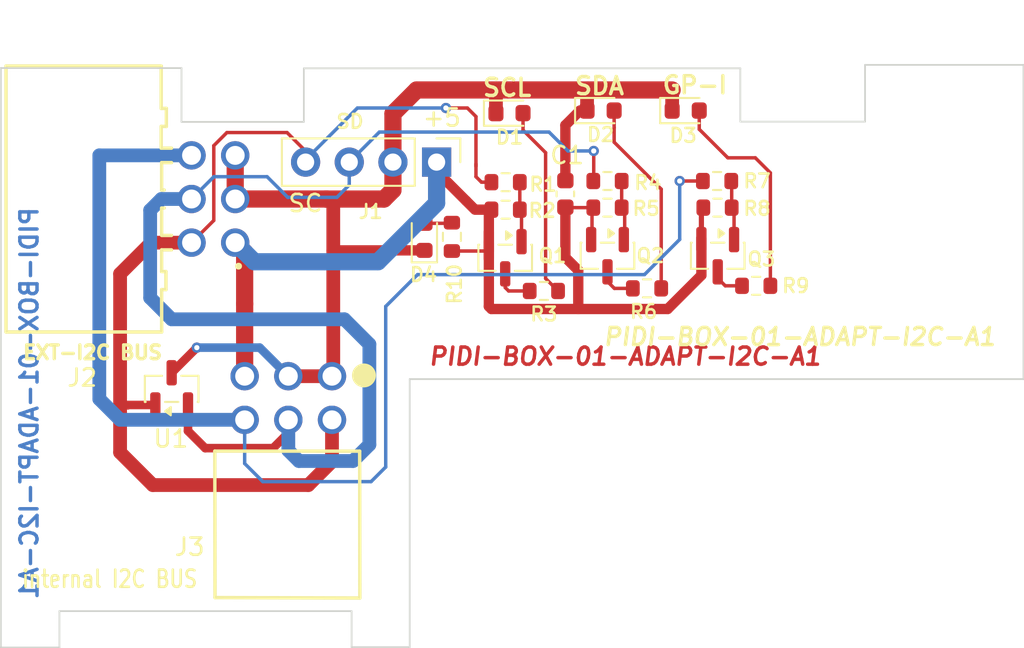
<source format=kicad_pcb>
(kicad_pcb (version 20241229) (generator "pcbnew") (generator_version "9.0")
  (title_block (title "PIDI-BOX passive I2C connect module") (comment 1 "for interfacing to base board only") (comment 2 "Do not place parts in boxed area if used"))
  (layers (0 "F.Cu" signal) (2 "B.Cu" signal) (13 "F.Paste" user) (15 "B.Paste" user) (5 "F.SilkS" user "F.Silkscreen") (7 "B.SilkS" user "B.Silkscreen") (1 "F.Mask" user) (3 "B.Mask" user) (25 "Edge.Cuts" user))
  (net 0 "")
  (net 1 "/SCL")
  (net 2 "/+5V")
  (net 3 "Net-(Q1-B)")
  (net 4 "Net-(Q1-C)")
  (net 5 "Net-(Q2-C)")
  (net 6 "Net-(Q2-B)")
  (net 7 "Net-(Q3-B)")
  (net 8 "Net-(Q3-C)")
  (net 9 "Net-(D1-A)")
  (net 10 "Net-(D2-A)")
  (net 11 "Net-(D3-A)")
  (net 12 "Net-(D4-A)")
  (net 13 "/GPIOint")
  (net 14 "/GND")
  (net 15 "/SDA")
  (footprint "Package_TO_SOT_SMD:SOT-23" (layer "F.Cu") (at 88.496415 75.387563 -90)
    (property "Reference" "Q3" (at 0.2 -2.5375 180) (layer "F.SilkS") (effects (font (size 0.8 0.8))))
    (property "Value" "BC808")
    (fp_line (start -0.76 1.56) (end -0.76 1.51) (stroke (width 0.12)) (layer "F.SilkS"))
    (fp_line (start 0.76 1.56) (end -0.76 1.56) (stroke (width 0.12)) (layer "F.SilkS"))
    (fp_line (start 0.76 0.56) (end 0.76 1.56) (stroke (width 0.12)) (layer "F.SilkS"))
    (fp_line (start -0.76 0.39) (end -0.76 -0.39) (stroke (width 0.12)) (layer "F.SilkS"))
    (fp_line (start -0.76 -1.51) (end -0.76 -1.56) (stroke (width 0.12)) (layer "F.SilkS"))
    (fp_line (start -0.76 -1.56) (end 0.76 -1.56) (stroke (width 0.12)) (layer "F.SilkS"))
    (fp_line (start 0.76 -1.56) (end 0.76 -0.56) (stroke (width 0.12)) (layer "F.SilkS"))
    (fp_poly (pts (xy -1.3 -0.38) (xy -1.06 -0.05) (xy -1.54 -0.05)) (stroke (width 0.12)) (fill yes) (layer "F.SilkS"))
    (pad "1" smd roundrect (at -0.9375 -0.95 270) (size 1.475 0.6) (layers "F.Cu" "F.Mask" "F.Paste") (net 7 "Net-(Q3-B)"))
    (pad "2" smd roundrect (at -0.9375 0.95 270) (size 1.475 0.6) (layers "F.Cu" "F.Mask" "F.Paste") (net 2 "/+5V"))
    (pad "3" smd roundrect (at 0.9375 0 270) (size 1.475 0.6) (layers "F.Cu" "F.Mask" "F.Paste") (net 8 "Net-(Q3-C)"))
  )
  (footprint "Resistor_SMD:R_0603_1608Metric" (layer "F.Cu") (at 82.083915 72.587563)
    (property "Reference" "R5" (at 2.25 0.05 0) (layer "F.SilkS") (effects (font (size 0.8 0.8))))
    (property "Value" "12K")
    (fp_line (start -0.237258 -0.5225) (end 0.237258 -0.5225) (stroke (width 0.12)) (layer "F.SilkS"))
    (fp_line (start -0.237258 0.5225) (end 0.237258 0.5225) (stroke (width 0.12)) (layer "F.SilkS"))
    (pad "1" smd roundrect (at -0.825 0) (size 0.8 0.95) (layers "F.Cu" "F.Mask" "F.Paste") (net 2 "/+5V"))
    (pad "2" smd roundrect (at 0.825 0) (size 0.8 0.95) (layers "F.Cu" "F.Mask" "F.Paste") (net 6 "Net-(Q2-B)"))
  )
  (footprint "MYlib_GLOBAL:con-2x03-2,54-fem-hor" (layer "F.Cu") (at 63.519565 91.205213)
    (property "Reference" "J3" (at -5.73565 1.13235 0) (layer "F.SilkS"))
    (property "Value" "Conn_02x03_Odd_Even")
    (fp_line (start -4.277 -4.4454) (end -4.2641 4.0817) (stroke (width 0.2)) (layer "F.SilkS"))
    (fp_line (start -4.2641 4.0817) (end 4.1609 4.1067) (stroke (width 0.2)) (layer "F.SilkS"))
    (fp_line (start 4.1488 -4.4412) (end -4.277 -4.4454) (stroke (width 0.2)) (layer "F.SilkS"))
    (fp_line (start 4.1609 4.1067) (end 4.1488 -4.4412) (stroke (width 0.2)) (layer "F.SilkS"))
    (fp_circle (center 4.4 -8.85) (end 4.9 -9.172678) (stroke (width 0.2)) (fill yes) (layer "F.SilkS"))
    (pad "1" thru_hole circle (at 2.54 -8.805) (size 1.65 1.65) (drill 1.1) (layers "*.Cu" "*.Mask") (net 14 "/GND"))
    (pad "2" thru_hole circle (at 2.54 -6.265) (size 1.65 1.65) (drill 1.1) (layers "*.Cu" "*.Mask") (net 1 "/SCL"))
    (pad "3" thru_hole circle (at 0 -8.805) (size 1.65 1.65) (drill 1.1) (layers "*.Cu" "*.Mask") (net 14 "/GND"))
    (pad "4" thru_hole circle (at 0 -6.265) (size 1.65 1.65) (drill 1.1) (layers "*.Cu" "*.Mask") (net 15 "/SDA"))
    (pad "5" thru_hole circle (at -2.54 -8.805) (size 1.65 1.65) (drill 1.1) (layers "*.Cu" "*.Mask") (net 2 "/+5V"))
    (pad "6" thru_hole circle (at -2.54 -6.265) (size 1.65 1.65) (drill 1.1) (layers "*.Cu" "*.Mask") (net 13 "/GPIOint"))
  )
  (footprint "Connector_PinHeader_2.54mm:PinHeader_1x04_P2.54mm_Vertical" (layer "F.Cu") (at 72.143915 69.937563 -90)
    (property "Reference" "J1" (at 2.879573 3.831771 0) (layer "F.SilkS") (effects (font (size 0.8 0.8))))
    (property "Value" "Conn_01x04_Pin")
    (fp_line (start -1.38 9) (end 1.38 9) (stroke (width 0.12)) (layer "F.SilkS"))
    (fp_line (start -1.38 1.27) (end -1.38 9) (stroke (width 0.12)) (layer "F.SilkS"))
    (fp_line (start -1.38 1.27) (end 1.38 1.27) (stroke (width 0.12)) (layer "F.SilkS"))
    (fp_line (start 1.38 1.27) (end 1.38 9) (stroke (width 0.12)) (layer "F.SilkS"))
    (fp_line (start -1.38 0) (end -1.38 -1.38) (stroke (width 0.12)) (layer "F.SilkS"))
    (fp_line (start -1.38 -1.38) (end 0 -1.38) (stroke (width 0.12)) (layer "F.SilkS"))
    (pad "1" thru_hole rect (at 0 0 270) (size 1.7 1.7) (drill 1) (layers "*.Cu" "*.Mask") (net 2 "/+5V"))
    (pad "2" thru_hole circle (at 0 2.54 270) (size 1.7 1.7) (drill 1) (layers "*.Cu" "*.Mask") (net 14 "/GND"))
    (pad "3" thru_hole circle (at 0 5.08 270) (size 1.7 1.7) (drill 1) (layers "*.Cu" "*.Mask") (net 15 "/SDA"))
    (pad "4" thru_hole circle (at 0 7.62 270) (size 1.7 1.7) (drill 1) (layers "*.Cu" "*.Mask") (net 1 "/SCL"))
  )
  (footprint "Package_TO_SOT_SMD:SOT-23" (layer "F.Cu") (at 56.733915 83.137563 90)
    (property "Reference" "U1" (at -2.9 -0.05 180) (layer "F.SilkS"))
    (property "Value" "SM712.TCT")
    (fp_line (start 0.76 -1.56) (end 0.76 -0.56) (stroke (width 0.12)) (layer "F.SilkS"))
    (fp_line (start -0.76 -1.56) (end 0.76 -1.56) (stroke (width 0.12)) (layer "F.SilkS"))
    (fp_line (start -0.76 -1.51) (end -0.76 -1.56) (stroke (width 0.12)) (layer "F.SilkS"))
    (fp_line (start -0.76 0.39) (end -0.76 -0.39) (stroke (width 0.12)) (layer "F.SilkS"))
    (fp_line (start 0.76 0.56) (end 0.76 1.56) (stroke (width 0.12)) (layer "F.SilkS"))
    (fp_line (start 0.76 1.56) (end -0.76 1.56) (stroke (width 0.12)) (layer "F.SilkS"))
    (fp_line (start -0.76 1.56) (end -0.76 1.51) (stroke (width 0.12)) (layer "F.SilkS"))
    (fp_poly (pts (xy -1.3 -0.38) (xy -1.06 -0.05) (xy -1.54 -0.05)) (stroke (width 0.12)) (fill yes) (layer "F.SilkS"))
    (pad "1" smd roundrect (at -0.9375 -0.95 90) (size 1.475 0.6) (layers "F.Cu" "F.Mask" "F.Paste") (net 1 "/SCL"))
    (pad "2" smd roundrect (at -0.9375 0.95 90) (size 1.475 0.6) (layers "F.Cu" "F.Mask" "F.Paste") (net 15 "/SDA"))
    (pad "3" smd roundrect (at 0.9375 0 90) (size 1.475 0.6) (layers "F.Cu" "F.Mask" "F.Paste") (net 14 "/GND"))
  )
  (footprint "Resistor_SMD:R_0603_1608Metric" (layer "F.Cu") (at 78.383915 77.437563)
    (property "Reference" "R3" (at 0 1.35 0) (layer "F.SilkS") (effects (font (size 0.8 0.8))))
    (property "Value" "2K2")
    (fp_line (start -0.237258 -0.5225) (end 0.237258 -0.5225) (stroke (width 0.12)) (layer "F.SilkS"))
    (fp_line (start -0.237258 0.5225) (end 0.237258 0.5225) (stroke (width 0.12)) (layer "F.SilkS"))
    (pad "1" smd roundrect (at -0.825 0) (size 0.8 0.95) (layers "F.Cu" "F.Mask" "F.Paste") (net 4 "Net-(Q1-C)"))
    (pad "2" smd roundrect (at 0.825 0) (size 0.8 0.95) (layers "F.Cu" "F.Mask" "F.Paste") (net 9 "Net-(D1-A)"))
  )
  (footprint "LED_SMD:LED_0603_1608Metric" (layer "F.Cu") (at 81.683915 66.937563)
    (property "Reference" "D2" (at 0 1.4 0) (layer "F.SilkS") (effects (font (size 0.8 0.8))))
    (property "Value" "LED")
    (fp_line (start -1.485 -0.735) (end -1.485 0.735) (stroke (width 0.12)) (layer "F.SilkS"))
    (fp_line (start -1.485 0.735) (end 0.8 0.735) (stroke (width 0.12)) (layer "F.SilkS"))
    (fp_line (start 0.8 -0.735) (end -1.485 -0.735) (stroke (width 0.12)) (layer "F.SilkS"))
    (pad "1" smd roundrect (at -0.7875 0) (size 0.875 0.95) (layers "F.Cu" "F.Mask" "F.Paste") (net 14 "/GND"))
    (pad "2" smd roundrect (at 0.7875 0) (size 0.875 0.95) (layers "F.Cu" "F.Mask" "F.Paste") (net 10 "Net-(D2-A)"))
  )
  (footprint "Package_TO_SOT_SMD:SOT-23" (layer "F.Cu") (at 82.083915 75.387563 -90)
    (property "Reference" "Q2" (at 0 -2.5 180) (layer "F.SilkS") (effects (font (size 0.8 0.8))))
    (property "Value" "BC808")
    (fp_line (start -0.76 1.56) (end -0.76 1.51) (stroke (width 0.12)) (layer "F.SilkS"))
    (fp_line (start 0.76 1.56) (end -0.76 1.56) (stroke (width 0.12)) (layer "F.SilkS"))
    (fp_line (start 0.76 0.56) (end 0.76 1.56) (stroke (width 0.12)) (layer "F.SilkS"))
    (fp_line (start -0.76 0.39) (end -0.76 -0.39) (stroke (width 0.12)) (layer "F.SilkS"))
    (fp_line (start -0.76 -1.51) (end -0.76 -1.56) (stroke (width 0.12)) (layer "F.SilkS"))
    (fp_line (start -0.76 -1.56) (end 0.76 -1.56) (stroke (width 0.12)) (layer "F.SilkS"))
    (fp_line (start 0.76 -1.56) (end 0.76 -0.56) (stroke (width 0.12)) (layer "F.SilkS"))
    (fp_poly (pts (xy -1.3 -0.38) (xy -1.06 -0.05) (xy -1.54 -0.05)) (stroke (width 0.12)) (fill yes) (layer "F.SilkS"))
    (pad "1" smd roundrect (at -0.9375 -0.95 270) (size 1.475 0.6) (layers "F.Cu" "F.Mask" "F.Paste") (net 6 "Net-(Q2-B)"))
    (pad "2" smd roundrect (at -0.9375 0.95 270) (size 1.475 0.6) (layers "F.Cu" "F.Mask" "F.Paste") (net 2 "/+5V"))
    (pad "3" smd roundrect (at 0.9375 0 270) (size 1.475 0.6) (layers "F.Cu" "F.Mask" "F.Paste") (net 5 "Net-(Q2-C)"))
  )
  (footprint "LED_SMD:LED_0603_1608Metric" (layer "F.Cu") (at 71.433915 74.287563 90)
    (property "Reference" "D4" (at -2.2 -0.05 180) (layer "F.SilkS") (effects (font (size 0.8 0.8))))
    (property "Value" "LED")
    (fp_line (start 0.8 -0.735) (end -1.485 -0.735) (stroke (width 0.12)) (layer "F.SilkS"))
    (fp_line (start -1.485 -0.735) (end -1.485 0.735) (stroke (width 0.12)) (layer "F.SilkS"))
    (fp_line (start -1.485 0.735) (end 0.8 0.735) (stroke (width 0.12)) (layer "F.SilkS"))
    (pad "1" smd roundrect (at -0.7875 0 90) (size 0.875 0.95) (layers "F.Cu" "F.Mask" "F.Paste") (net 14 "/GND"))
    (pad "2" smd roundrect (at 0.7875 0 90) (size 0.875 0.95) (layers "F.Cu" "F.Mask" "F.Paste") (net 12 "Net-(D4-A)"))
  )
  (footprint "Resistor_SMD:R_0603_1608Metric" (layer "F.Cu") (at 76.158915 71.106313)
    (property "Reference" "R1" (at 2.175 0.13125 0) (layer "F.SilkS") (effects (font (size 0.8 0.8))))
    (property "Value" "12K")
    (fp_line (start -0.237258 -0.5225) (end 0.237258 -0.5225) (stroke (width 0.12)) (layer "F.SilkS"))
    (fp_line (start -0.237258 0.5225) (end 0.237258 0.5225) (stroke (width 0.12)) (layer "F.SilkS"))
    (pad "1" smd roundrect (at -0.825 0) (size 0.8 0.95) (layers "F.Cu" "F.Mask" "F.Paste") (net 1 "/SCL"))
    (pad "2" smd roundrect (at 0.825 0) (size 0.8 0.95) (layers "F.Cu" "F.Mask" "F.Paste") (net 3 "Net-(Q1-B)"))
  )
  (footprint "Resistor_SMD:R_0603_1608Metric" (layer "F.Cu") (at 88.483915 72.587563)
    (property "Reference" "R8" (at 2.3 0.05 0) (layer "F.SilkS") (effects (font (size 0.8 0.8))))
    (property "Value" "12K")
    (fp_line (start -0.237258 -0.5225) (end 0.237258 -0.5225) (stroke (width 0.12)) (layer "F.SilkS"))
    (fp_line (start -0.237258 0.5225) (end 0.237258 0.5225) (stroke (width 0.12)) (layer "F.SilkS"))
    (pad "1" smd roundrect (at -0.825 0) (size 0.8 0.95) (layers "F.Cu" "F.Mask" "F.Paste") (net 2 "/+5V"))
    (pad "2" smd roundrect (at 0.825 0) (size 0.8 0.95) (layers "F.Cu" "F.Mask" "F.Paste") (net 7 "Net-(Q3-B)"))
  )
  (footprint "Resistor_SMD:R_0603_1608Metric" (layer "F.Cu") (at 73.033915 74.287563 90)
    (property "Reference" "R10" (at -2.75 0.15 90) (layer "F.SilkS") (effects (font (size 0.8 0.8))))
    (property "Value" "4K7")
    (fp_line (start -0.237258 -0.5225) (end 0.237258 -0.5225) (stroke (width 0.12)) (layer "F.SilkS"))
    (fp_line (start -0.237258 0.5225) (end 0.237258 0.5225) (stroke (width 0.12)) (layer "F.SilkS"))
    (pad "1" smd roundrect (at -0.825 0 90) (size 0.8 0.95) (layers "F.Cu" "F.Mask" "F.Paste") (net 2 "/+5V"))
    (pad "2" smd roundrect (at 0.825 0 90) (size 0.8 0.95) (layers "F.Cu" "F.Mask" "F.Paste") (net 12 "Net-(D4-A)"))
  )
  (footprint "LED_SMD:LED_0603_1608Metric" (layer "F.Cu") (at 76.383915 67.087563)
    (property "Reference" "D1" (at 0 1.4 0) (layer "F.SilkS") (effects (font (size 0.8 0.8))))
    (property "Value" "LED")
    (fp_line (start -1.485 -0.735) (end -1.485 0.735) (stroke (width 0.12)) (layer "F.SilkS"))
    (fp_line (start -1.485 0.735) (end 0.8 0.735) (stroke (width 0.12)) (layer "F.SilkS"))
    (fp_line (start 0.8 -0.735) (end -1.485 -0.735) (stroke (width 0.12)) (layer "F.SilkS"))
    (pad "1" smd roundrect (at -0.7875 0) (size 0.875 0.95) (layers "F.Cu" "F.Mask" "F.Paste") (net 14 "/GND"))
    (pad "2" smd roundrect (at 0.7875 0) (size 0.875 0.95) (layers "F.Cu" "F.Mask" "F.Paste") (net 9 "Net-(D1-A)"))
  )
  (footprint "Resistor_SMD:R_0603_1608Metric" (layer "F.Cu") (at 82.083915 71.037563)
    (property "Reference" "R4" (at 2.35 0.1 0) (layer "F.SilkS") (effects (font (size 0.8 0.8))))
    (property "Value" "12K")
    (fp_line (start -0.237258 -0.5225) (end 0.237258 -0.5225) (stroke (width 0.12)) (layer "F.SilkS"))
    (fp_line (start -0.237258 0.5225) (end 0.237258 0.5225) (stroke (width 0.12)) (layer "F.SilkS"))
    (pad "1" smd roundrect (at -0.825 0) (size 0.8 0.95) (layers "F.Cu" "F.Mask" "F.Paste") (net 15 "/SDA"))
    (pad "2" smd roundrect (at 0.825 0) (size 0.8 0.95) (layers "F.Cu" "F.Mask" "F.Paste") (net 6 "Net-(Q2-B)"))
  )
  (footprint "MYlib_GLOBAL:PinHeader-Boxed-1X03-2,54-horiz-Wuerth_61200621721" (layer "F.Cu") (at 51.625115 72.085163 -90)
    (property "Reference" "J2" (at 10.4024 0.0912 180) (layer "F.SilkS"))
    (property "Value" "6120XX21721_61200621721")
    (property "VALUE" "61200621721" (hide yes))
    (fp_line (start -7.74 4.525) (end 7.74 4.525) (stroke (width 0.2)) (layer "F.SilkS"))
    (fp_line (start 7.74 4.525) (end 7.74 -4.525) (stroke (width 0.2)) (layer "F.SilkS"))
    (fp_line (start -7.74 -4.5) (end -7.74 4.525) (stroke (width 0.2)) (layer "F.SilkS"))
    (fp_line (start -5.275 -4.5) (end -7.74 -4.5) (stroke (width 0.2)) (layer "F.SilkS"))
    (fp_line (start -5.275 -4.5) (end -5.275 -4.8) (stroke (width 0.2)) (layer "F.SilkS"))
    (fp_line (start -4.225 -4.5) (end -2.96 -4.5) (stroke (width 0.2)) (layer "F.SilkS"))
    (fp_line (start -2.96 -4.5) (end -2.96 -5.1) (stroke (width 0.2)) (layer "F.SilkS"))
    (fp_line (start -2.12 -4.525) (end -0.525 -4.525) (stroke (width 0.2)) (layer "F.SilkS"))
    (fp_line (start -0.525 -4.525) (end -0.525 -4.675) (stroke (width 0.2)) (layer "F.SilkS"))
    (fp_line (start 0.525 -4.525) (end 2.1 -4.525) (stroke (width 0.2)) (layer "F.SilkS"))
    (fp_line (start 2.12 -4.525) (end 2.12 -5.1) (stroke (width 0.2)) (layer "F.SilkS"))
    (fp_line (start 2.96 -4.525) (end 2.96 -5.1) (stroke (width 0.2)) (layer "F.SilkS"))
    (fp_line (start 4.225 -4.525) (end 2.96 -4.525) (stroke (width 0.2)) (layer "F.SilkS"))
    (fp_line (start 5.275 -4.525) (end 5.275 -4.775) (stroke (width 0.2)) (layer "F.SilkS"))
    (fp_line (start 7.74 -4.525) (end 5.275 -4.525) (stroke (width 0.2)) (layer "F.SilkS"))
    (fp_line (start 0.525 -4.675) (end 0.525 -4.525) (stroke (width 0.2)) (layer "F.SilkS"))
    (fp_line (start 4.225 -4.775) (end 4.225 -4.525) (stroke (width 0.2)) (layer "F.SilkS"))
    (fp_line (start 5.275 -4.775) (end 4.225 -4.775) (stroke (width 0.2)) (layer "F.SilkS"))
    (fp_line (start -5.275 -4.8) (end -4.225 -4.8) (stroke (width 0.2)) (layer "F.SilkS"))
    (fp_line (start -4.225 -4.8) (end -4.225 -4.5) (stroke (width 0.2)) (layer "F.SilkS"))
    (fp_line (start -2.12 -5.1) (end -2.12 -4.525) (stroke (width 0.2)) (layer "F.SilkS"))
    (fp_circle (center 3.91 -9) (end 4.01 -9) (stroke (width 0.2)) (fill no) (layer "F.SilkS"))
    (pad "1" thru_hole circle (at 2.54 -8.805 270) (size 1.65 1.65) (drill 1.1) (layers "*.Cu" "*.Mask") (net 2 "/+5V"))
    (pad "2" thru_hole circle (at 2.54 -6.265 270) (size 1.65 1.65) (drill 1.1) (layers "*.Cu" "*.Mask") (net 1 "/SCL"))
    (pad "3" thru_hole circle (at 0 -8.805 270) (size 1.65 1.65) (drill 1.1) (layers "*.Cu" "*.Mask") (net 14 "/GND"))
    (pad "4" thru_hole circle (at 0 -6.265 270) (size 1.65 1.65) (drill 1.1) (layers "*.Cu" "*.Mask") (net 15 "/SDA"))
    (pad "5" thru_hole circle (at -2.54 -8.805 270) (size 1.65 1.65) (drill 1.1) (layers "*.Cu" "*.Mask") (net 14 "/GND"))
    (pad "6" thru_hole circle (at -2.54 -6.265 270) (size 1.65 1.65) (drill 1.1) (layers "*.Cu" "*.Mask") (net 13 "/GPIOint"))
  )
  (footprint "Capacitor_SMD:C_0603_1608Metric" (layer "F.Cu") (at 79.633915 71.787563 90)
    (property "Reference" "C1" (at 2.25 0.1 180) (layer "F.SilkS"))
    (property "Value" "0,1uF")
    (fp_line (start -0.14058 -0.51) (end 0.14058 -0.51) (stroke (width 0.12)) (layer "F.SilkS"))
    (fp_line (start -0.14058 0.51) (end 0.14058 0.51) (stroke (width 0.12)) (layer "F.SilkS"))
    (pad "1" smd roundrect (at -0.775 0 90) (size 0.9 0.95) (layers "F.Cu" "F.Mask" "F.Paste") (net 2 "/+5V"))
    (pad "2" smd roundrect (at 0.775 0 90) (size 0.9 0.95) (layers "F.Cu" "F.Mask" "F.Paste") (net 14 "/GND"))
  )
  (footprint "Resistor_SMD:R_0603_1608Metric" (layer "F.Cu") (at 84.383915 77.287563)
    (property "Reference" "R6" (at -0.2 1.35 0) (layer "F.SilkS") (effects (font (size 0.8 0.8))))
    (property "Value" "2K2")
    (fp_line (start -0.237258 -0.5225) (end 0.237258 -0.5225) (stroke (width 0.12)) (layer "F.SilkS"))
    (fp_line (start -0.237258 0.5225) (end 0.237258 0.5225) (stroke (width 0.12)) (layer "F.SilkS"))
    (pad "1" smd roundrect (at -0.825 0) (size 0.8 0.95) (layers "F.Cu" "F.Mask" "F.Paste") (net 5 "Net-(Q2-C)"))
    (pad "2" smd roundrect (at 0.825 0) (size 0.8 0.95) (layers "F.Cu" "F.Mask" "F.Paste") (net 10 "Net-(D2-A)"))
  )
  (footprint "Package_TO_SOT_SMD:SOT-23" (layer "F.Cu") (at 76.133915 75.506313 -90)
    (property "Reference" "Q1" (at -0.11875 -2.75 180) (layer "F.SilkS") (effects (font (size 0.8 0.8))))
    (property "Value" "BC808")
    (fp_line (start -0.76 1.56) (end -0.76 1.51) (stroke (width 0.12)) (layer "F.SilkS"))
    (fp_line (start 0.76 1.56) (end -0.76 1.56) (stroke (width 0.12)) (layer "F.SilkS"))
    (fp_line (start 0.76 0.56) (end 0.76 1.56) (stroke (width 0.12)) (layer "F.SilkS"))
    (fp_line (start -0.76 0.39) (end -0.76 -0.39) (stroke (width 0.12)) (layer "F.SilkS"))
    (fp_line (start -0.76 -1.51) (end -0.76 -1.56) (stroke (width 0.12)) (layer "F.SilkS"))
    (fp_line (start -0.76 -1.56) (end 0.76 -1.56) (stroke (width 0.12)) (layer "F.SilkS"))
    (fp_line (start 0.76 -1.56) (end 0.76 -0.56) (stroke (width 0.12)) (layer "F.SilkS"))
    (fp_poly (pts (xy -1.3 -0.38) (xy -1.06 -0.05) (xy -1.54 -0.05)) (stroke (width 0.12)) (fill yes) (layer "F.SilkS"))
    (pad "1" smd roundrect (at -0.9375 -0.95 270) (size 1.475 0.6) (layers "F.Cu" "F.Mask" "F.Paste") (net 3 "Net-(Q1-B)"))
    (pad "2" smd roundrect (at -0.9375 0.95 270) (size 1.475 0.6) (layers "F.Cu" "F.Mask" "F.Paste") (net 2 "/+5V"))
    (pad "3" smd roundrect (at 0.9375 0 270) (size 1.475 0.6) (layers "F.Cu" "F.Mask" "F.Paste") (net 4 "Net-(Q1-C)"))
  )
  (footprint "Resistor_SMD:R_0603_1608Metric" (layer "F.Cu") (at 88.458915 71.037563)
    (property "Reference" "R7" (at 2.325 0 0) (layer "F.SilkS") (effects (font (size 0.8 0.8))))
    (property "Value" "12K")
    (fp_line (start -0.237258 -0.5225) (end 0.237258 -0.5225) (stroke (width 0.12)) (layer "F.SilkS"))
    (fp_line (start -0.237258 0.5225) (end 0.237258 0.5225) (stroke (width 0.12)) (layer "F.SilkS"))
    (pad "1" smd roundrect (at -0.825 0) (size 0.8 0.95) (layers "F.Cu" "F.Mask" "F.Paste") (net 13 "/GPIOint"))
    (pad "2" smd roundrect (at 0.825 0) (size 0.8 0.95) (layers "F.Cu" "F.Mask" "F.Paste") (net 7 "Net-(Q3-B)"))
  )
  (footprint "Resistor_SMD:R_0603_1608Metric" (layer "F.Cu") (at 76.158915 72.706313)
    (property "Reference" "R2" (at 2.125 0.05 0) (layer "F.SilkS") (effects (font (size 0.8 0.8))))
    (property "Value" "12K")
    (fp_line (start -0.237258 -0.5225) (end 0.237258 -0.5225) (stroke (width 0.12)) (layer "F.SilkS"))
    (fp_line (start -0.237258 0.5225) (end 0.237258 0.5225) (stroke (width 0.12)) (layer "F.SilkS"))
    (pad "1" smd roundrect (at -0.825 0) (size 0.8 0.95) (layers "F.Cu" "F.Mask" "F.Paste") (net 2 "/+5V"))
    (pad "2" smd roundrect (at 0.825 0) (size 0.8 0.95) (layers "F.Cu" "F.Mask" "F.Paste") (net 3 "Net-(Q1-B)"))
  )
  (footprint "LED_SMD:LED_0603_1608Metric" (layer "F.Cu") (at 86.633915 66.937563)
    (property "Reference" "D3" (at -0.15 1.45 0) (layer "F.SilkS") (effects (font (size 0.8 0.8))))
    (property "Value" "LED")
    (fp_line (start -1.485 -0.735) (end -1.485 0.735) (stroke (width 0.12)) (layer "F.SilkS"))
    (fp_line (start -1.485 0.735) (end 0.8 0.735) (stroke (width 0.12)) (layer "F.SilkS"))
    (fp_line (start 0.8 -0.735) (end -1.485 -0.735) (stroke (width 0.12)) (layer "F.SilkS"))
    (pad "1" smd roundrect (at -0.7875 0) (size 0.875 0.95) (layers "F.Cu" "F.Mask" "F.Paste") (net 14 "/GND"))
    (pad "2" smd roundrect (at 0.7875 0) (size 0.875 0.95) (layers "F.Cu" "F.Mask" "F.Paste") (net 11 "Net-(D3-A)"))
  )
  (footprint "Resistor_SMD:R_0603_1608Metric" (layer "F.Cu") (at 90.733915 77.137563)
    (property "Reference" "R9" (at 2.3 0 0) (layer "F.SilkS") (effects (font (size 0.8 0.8))))
    (property "Value" "2K2")
    (fp_line (start -0.237258 -0.5225) (end 0.237258 -0.5225) (stroke (width 0.12)) (layer "F.SilkS"))
    (fp_line (start -0.237258 0.5225) (end 0.237258 0.5225) (stroke (width 0.12)) (layer "F.SilkS"))
    (pad "1" smd roundrect (at -0.825 0) (size 0.8 0.95) (layers "F.Cu" "F.Mask" "F.Paste") (net 8 "Net-(Q3-C)"))
    (pad "2" smd roundrect (at 0.825 0) (size 0.8 0.95) (layers "F.Cu" "F.Mask" "F.Paste") (net 11 "Net-(D3-A)"))
  )
  (gr_line (start 97.065989 67.581433) (end 89.811569 67.581433) (stroke (width 0.1)) (layer "Edge.Cuts"))
  (gr_line (start 97.064944 64.278357) (end 97.065989 67.581433) (stroke (width 0.1)) (layer "Edge.Cuts"))
  (gr_line (start 70.579638 98.173477) (end 70.579638 82.568756) (stroke (width 0.1)) (layer "Edge.Cuts"))
  (gr_line (start 67.199387 98.173477) (end 70.579638 98.173477) (stroke (width 0.1)) (layer "Edge.Cuts"))
  (gr_line (start 57.305593 67.596868) (end 57.305593 64.463576) (stroke (width 0.1)) (layer "Edge.Cuts"))
  (gr_line (start 89.811569 67.581433) (end 89.811569 64.479011) (stroke (width 0.1)) (layer "Edge.Cuts"))
  (gr_line (start 70.579638 82.568756) (end 106.280646 82.568756) (stroke (width 0.1)) (layer "Edge.Cuts"))
  (gr_line (start 50.205522 98.191736) (end 50.205522 96.074326) (stroke (width 0.1)) (layer "Edge.Cuts"))
  (gr_line (start 67.199387 96.074326) (end 67.199387 98.173477) (stroke (width 0.1)) (layer "Edge.Cuts"))
  (gr_line (start 57.305593 64.463576) (end 46.798344 64.460536) (stroke (width 0.1)) (layer "Edge.Cuts"))
  (gr_line (start 106.280646 82.568756) (end 106.280646 64.278357) (stroke (width 0.1)) (layer "Edge.Cuts"))
  (gr_line (start 46.798344 98.191736) (end 50.205522 98.191736) (stroke (width 0.1)) (layer "Edge.Cuts"))
  (gr_line (start 46.798344 64.460536) (end 46.798344 98.191736) (stroke (width 0.1)) (layer "Edge.Cuts"))
  (gr_line (start 89.811569 64.479011) (end 64.421099 64.479011) (stroke (width 0.1)) (layer "Edge.Cuts"))
  (gr_line (start 106.280646 64.278357) (end 97.064944 64.278357) (stroke (width 0.1)) (layer "Edge.Cuts"))
  (gr_line (start 64.421099 67.596868) (end 57.305593 67.596868) (stroke (width 0.1)) (layer "Edge.Cuts"))
  (gr_line (start 50.205522 96.074326) (end 67.199387 96.074326) (stroke (width 0.1)) (layer "Edge.Cuts"))
  (gr_line (start 64.421099 64.479011) (end 64.421099 67.596868) (stroke (width 0.1)) (layer "Edge.Cuts"))
  (gr_text "PIDI-BOX-01-ADAPT-I2C-A1\n" (at 71.601059 81.834099 0) (layer "F.Cu") (effects (font (size 1 1) (thickness 0.2) (bold yes) (italic yes)) (justify left bottom)))
  (gr_text "PIDI-BOX-01-ADAPT-I2C-A1" (at 49.033915 72.462563 90) (layer "B.Cu") (effects (font (size 1 1) (thickness 0.2) (bold yes)) (justify left bottom mirror)))
  (gr_text "GP-I" (at 85.183915 66.037563 0) (layer "F.SilkS") (effects (font (size 1 1) (thickness 0.2) (bold yes)) (justify left bottom)))
  (gr_text "SCL" (at 74.733915 66.187563 0) (layer "F.SilkS") (effects (font (size 1 1) (thickness 0.2) (bold yes)) (justify left bottom)))
  (gr_text "SDA" (at 80.083915 66.087563 0) (layer "F.SilkS") (effects (font (size 1 1) (thickness 0.2) (bold yes)) (justify left bottom)))
  (gr_text "+5" (at 71.258544 67.940336 0) (layer "F.SilkS") (effects (font (size 1 1)) (justify left bottom)))
  (gr_text "internal I2C BUS" (at 47.941344 94.788136 0) (layer "F.SilkS") (effects (font (size 1 0.8) (thickness 0.15) (bold yes)) (justify left bottom)))
  (gr_text "PIDI-BOX-01-ADAPT-I2C-A1" (at 81.761059 80.691099 0) (layer "F.SilkS") (effects (font (size 1 1) (thickness 0.2) (bold yes) (italic yes)) (justify left bottom)))
  (gr_text "EXT-I2C BUS" (at 47.983915 81.487563 0) (layer "F.SilkS") (effects (font (size 0.8 0.8) (thickness 0.2) (bold yes)) (justify left bottom)))
  (gr_text "SD" (at 66.229344 68.041936 0) (layer "F.SilkS") (effects (font (size 0.8 0.8)) (justify left bottom)))
  (gr_text "SC" (at 63.435344 72.918736 0) (layer "F.SilkS") (effects (font (size 1 1)) (justify left bottom)))
  (segment (start 54.196415 84.075063) (end 55.783915 84.075063) (width 0.5) (layer "F.Cu") (net 1))
  (segment (start 53.733915 84.087563) (end 54.183915 84.087563) (width 0.5) (layer "F.Cu") (net 1))
  (segment (start 74.433915 70.787563) (end 74.752665 71.106313) (width 0.2) (layer "F.Cu") (net 1))
  (segment (start 53.733915 86.837563) (end 53.733915 84.087563) (width 0.8) (layer "F.Cu") (net 1))
  (segment (start 74.752665 71.106313) (end 75.333915 71.106313) (width 0.2) (layer "F.Cu") (net 1))
  (segment (start 74.433915 70.037563) (end 74.433915 70.787563) (width 0.2) (layer "F.Cu") (net 1))
  (segment (start 59.183915 68.978243) (end 59.183915 73.331363) (width 0.2) (layer "F.Cu") (net 1))
  (segment (start 73.933915 66.787563) (end 74.433915 67.287563) (width 0.2) (layer "F.Cu") (net 1))
  (segment (start 63.443723 68.215763) (end 59.946395 68.215763) (width 0.2) (layer "F.Cu") (net 1))
  (segment (start 66.059565 84.940213) (end 66.059565 87.361913) (width 0.8) (layer "F.Cu") (net 1))
  (segment (start 66.059565 87.361913) (end 64.683915 88.737563) (width 0.8) (layer "F.Cu") (net 1))
  (segment (start 53.733915 84.087563) (end 53.733915 76.437563) (width 0.8) (layer "F.Cu") (net 1))
  (segment (start 59.946395 68.215763) (end 59.183915 68.978243) (width 0.2) (layer "F.Cu") (net 1))
  (segment (start 64.683915 88.737563) (end 55.633915 88.737563) (width 0.8) (layer "F.Cu") (net 1))
  (segment (start 54.183915 84.087563) (end 54.196415 84.075063) (width 0.5) (layer "F.Cu") (net 1))
  (segment (start 72.683915 66.787563) (end 73.933915 66.787563) (width 0.2) (layer "F.Cu") (net 1))
  (segment (start 55.546315 74.625163) (end 57.890115 74.625163) (width 0.8) (layer "F.Cu") (net 1))
  (segment (start 53.733915 76.437563) (end 55.546315 74.625163) (width 0.8) (layer "F.Cu") (net 1))
  (segment (start 64.523915 69.937563) (end 64.523915 69.295955) (width 0.2) (layer "F.Cu") (net 1))
  (segment (start 64.523915 69.295955) (end 63.443723 68.215763) (width 0.2) (layer "F.Cu") (net 1))
  (segment (start 59.183915 73.331363) (end 57.890115 74.625163) (width 0.2) (layer "F.Cu") (net 1))
  (segment (start 74.433915 67.287563) (end 74.433915 70.187563) (width 0.2) (layer "F.Cu") (net 1))
  (segment (start 55.633915 88.737563) (end 53.733915 86.837563) (width 0.8) (layer "F.Cu") (net 1))
  (via (at 72.683915 66.787563) (size 0.6) (drill 0.3) (layers "F.Cu" "B.Cu") (net 1))
  (segment (start 72.683915 66.787563) (end 67.537059 66.787563) (width 0.2) (layer "B.Cu") (net 1))
  (segment (start 64.523915 69.800707) (end 64.523915 69.937563) (width 0.2) (layer "B.Cu") (net 1))
  (segment (start 72.833915 66.637563) (end 72.683915 66.787563) (width 0.2) (layer "B.Cu") (net 1))
  (segment (start 67.537059 66.787563) (end 64.523915 69.800707) (width 0.2) (layer "B.Cu") (net 1))
  (segment (start 81.183915 72.662563) (end 81.258915 72.587563) (width 0.2) (layer "F.Cu") (net 2))
  (segment (start 73.858915 72.187563) (end 72.143915 70.472563) (width 0.6) (layer "F.Cu") (net 2))
  (segment (start 81.183915 74.450063) (end 81.183915 72.662563) (width 0.2) (layer "F.Cu") (net 2))
  (segment (start 73.033915 75.112563) (end 75.108915 75.112563) (width 0.2) (layer "F.Cu") (net 2))
  (segment (start 75.183915 74.568813) (end 75.183915 72.856313) (width 0.6) (layer "F.Cu") (net 2))
  (segment (start 80.383915 76.237563) (end 80.383915 78.487563) (width 0.6) (layer "F.Cu") (net 2))
  (segment (start 87.546415 74.450063) (end 87.546415 72.700063) (width 0.3) (layer "F.Cu") (net 2))
  (segment (start 75.183915 74.650063) (end 75.183915 78.337563) (width 0.6) (layer "F.Cu") (net 2))
  (segment (start 81.258915 72.587563) (end 79.608915 72.587563) (width 0.2) (layer "F.Cu") (net 2))
  (segment (start 73.858915 72.187563) (end 74.377665 72.706313) (width 0.6) (layer "F.Cu") (net 2))
  (segment (start 79.633915 72.562563) (end 79.633915 75.387563) (width 0.6) (layer "F.Cu") (net 2))
  (segment (start 79.583915 75.437563) (end 80.383915 76.237563) (width 0.6) (layer "F.Cu") (net 2))
  (segment (start 75.183915 78.337563) (end 75.333915 78.487563) (width 0.6) (layer "F.Cu") (net 2))
  (segment (start 72.143915 70.472563) (end 72.143915 69.937563) (width 0.6) (layer "F.Cu") (net 2))
  (segment (start 87.546415 72.700063) (end 87.658915 72.587563) (width 0.3) (layer "F.Cu") (net 2))
  (segment (start 75.183915 75.556313) (end 75.183915 74.568813) (width 0.6) (layer "F.Cu") (net 2))
  (segment (start 60.979565 75.174613) (end 60.430115 74.625163) (width 1) (layer "F.Cu") (net 2))
  (segment (start 60.979565 82.400213) (end 60.979565 78.187563) (width 1) (layer "F.Cu") (net 2))
  (segment (start 60.979565 78.187563) (end 60.979565 75.174613) (width 1) (layer "F.Cu") (net 2))
  (segment (start 79.608915 72.587563) (end 79.583915 72.612563) (width 0.2) (layer "F.Cu") (net 2))
  (segment (start 85.583915 78.487563) (end 87.546415 76.525063) (width 0.6) (layer "F.Cu") (net 2))
  (segment (start 75.333915 78.487563) (end 85.583915 78.487563) (width 0.6) (layer "F.Cu") (net 2))
  (segment (start 74.458915 72.706313) (end 75.333915 72.706313) (width 0.6) (layer "F.Cu") (net 2))
  (segment (start 87.546415 76.525063) (end 87.546415 74.350063) (width 0.6) (layer "F.Cu") (net 2))
  (segment (start 68.733379 75.738099) (end 61.543051 75.738099) (width 1) (layer "B.Cu") (net 2))
  (segment (start 72.143915 72.327563) (end 68.733379 75.738099) (width 1) (layer "B.Cu") (net 2))
  (segment (start 61.543051 75.738099) (end 60.430115 74.625163) (width 1) (layer "B.Cu") (net 2))
  (segment (start 72.143915 69.937563) (end 72.143915 72.327563) (width 1) (layer "B.Cu") (net 2))
  (segment (start 76.983915 72.706313) (end 76.983915 71.106313) (width 0.2) (layer "F.Cu") (net 3))
  (segment (start 77.083915 72.806313) (end 76.983915 72.706313) (width 0.2) (layer "F.Cu") (net 3))
  (segment (start 77.083915 74.568813) (end 77.083915 72.806313) (width 0.2) (layer "F.Cu") (net 3))
  (segment (start 76.133915 77.237563) (end 76.333915 77.437563) (width 0.2) (layer "F.Cu") (net 4))
  (segment (start 76.133915 76.525063) (end 76.133915 77.237563) (width 0.2) (layer "F.Cu") (net 4))
  (segment (start 76.333915 77.437563) (end 77.558915 77.437563) (width 0.2) (layer "F.Cu") (net 4))
  (segment (start 82.483915 77.287563) (end 83.558915 77.287563) (width 0.2) (layer "F.Cu") (net 5))
  (segment (start 82.083915 76.887563) (end 82.483915 77.287563) (width 0.2) (layer "F.Cu") (net 5))
  (segment (start 82.083915 76.325063) (end 82.083915 76.887563) (width 0.2) (layer "F.Cu") (net 5))
  (segment (start 83.083915 72.762563) (end 82.908915 72.587563) (width 0.2) (layer "F.Cu") (net 6))
  (segment (start 83.083915 74.450063) (end 83.083915 72.762563) (width 0.2) (layer "F.Cu") (net 6))
  (segment (start 82.908915 72.587563) (end 82.908915 71.037563) (width 0.2) (layer "F.Cu") (net 6))
  (segment (start 89.446415 74.450063) (end 89.446415 72.725063) (width 0.2) (layer "F.Cu") (net 7))
  (segment (start 89.308915 71.062563) (end 89.283915 71.037563) (width 0.2) (layer "F.Cu") (net 7))
  (segment (start 89.446415 72.725063) (end 89.308915 72.587563) (width 0.2) (layer "F.Cu") (net 7))
  (segment (start 89.308915 72.587563) (end 89.308915 71.062563) (width 0.2) (layer "F.Cu") (net 7))
  (segment (start 88.496415 76.225063) (end 88.496415 76.700063) (width 0.2) (layer "F.Cu") (net 8))
  (segment (start 88.496415 76.700063) (end 88.933915 77.137563) (width 0.2) (layer "F.Cu") (net 8))
  (segment (start 88.933915 77.137563) (end 89.908915 77.137563) (width 0.2) (layer "F.Cu") (net 8))
  (segment (start 78.483915 76.712563) (end 79.208915 77.437563) (width 0.2) (layer "F.Cu") (net 9))
  (segment (start 78.483915 69.387563) (end 78.483915 76.712563) (width 0.2) (layer "F.Cu") (net 9))
  (segment (start 77.171415 68.075063) (end 78.483915 69.387563) (width 0.2) (layer "F.Cu") (net 9))
  (segment (start 77.171415 67.087563) (end 77.171415 68.075063) (width 0.2) (layer "F.Cu") (net 9))
  (segment (start 82.471415 66.937563) (end 82.471415 67.925063) (width 0.2) (layer "F.Cu") (net 10))
  (segment (start 82.471415 68.775063) (end 85.208915 71.512563) (width 0.2) (layer "F.Cu") (net 10))
  (segment (start 82.471415 67.925063) (end 82.471415 68.775063) (width 0.2) (layer "F.Cu") (net 10))
  (segment (start 85.208915 71.512563) (end 85.208915 77.287563) (width 0.2) (layer "F.Cu") (net 10))
  (segment (start 89.083915 69.687563) (end 90.683915 69.687563) (width 0.2) (layer "F.Cu") (net 11))
  (segment (start 87.421415 68.025063) (end 89.083915 69.687563) (width 0.2) (layer "F.Cu") (net 11))
  (segment (start 87.421415 66.937563) (end 87.421415 68.025063) (width 0.2) (layer "F.Cu") (net 11))
  (segment (start 90.683915 69.687563) (end 91.558915 70.562563) (width 0.2) (layer "F.Cu") (net 11))
  (segment (start 91.558915 70.562563) (end 91.558915 77.137563) (width 0.2) (layer "F.Cu") (net 11))
  (segment (start 72.996415 73.500063) (end 73.033915 73.462563) (width 0.2) (layer "F.Cu") (net 12))
  (segment (start 71.433915 73.500063) (end 72.996415 73.500063) (width 0.2) (layer "F.Cu") (net 12))
  (segment (start 86.283915 71.037563) (end 87.633915 71.037563) (width 0.2) (layer "F.Cu") (net 13))
  (via (at 86.283915 71.037563) (size 0.6) (drill 0.3) (layers "F.Cu" "B.Cu") (net 13))
  (segment (start 86.283915 71.037563) (end 86.283915 74.437563) (width 0.2) (layer "B.Cu") (net 13))
  (segment (start 86.283915 74.437563) (end 84.233915 76.487563) (width 0.2) (layer "B.Cu") (net 13))
  (segment (start 71.033915 76.487563) (end 69.183915 78.337563) (width 0.2) (layer "B.Cu") (net 13))
  (segment (start 60.976915 84.937563) (end 60.979565 84.940213) (width 0.8) (layer "B.Cu") (net 13))
  (segment (start 69.183915 87.687563) (end 68.333915 88.537563) (width 0.2) (layer "B.Cu") (net 13))
  (segment (start 84.233915 76.487563) (end 71.033915 76.487563) (width 0.2) (layer "B.Cu") (net 13))
  (segment (start 68.333915 88.537563) (end 62.033915 88.537563) (width 0.2) (layer "B.Cu") (net 13))
  (segment (start 52.525659 69.545163) (end 52.525659 83.729307) (width 0.8) (layer "B.Cu") (net 13))
  (segment (start 62.033915 88.537563) (end 60.979565 87.483213) (width 0.2) (layer "B.Cu") (net 13))
  (segment (start 60.979565 87.483213) (end 60.979565 84.940213) (width 0.2) (layer "B.Cu") (net 13))
  (segment (start 53.733915 84.937563) (end 60.976915 84.937563) (width 0.8) (layer "B.Cu") (net 13))
  (segment (start 69.183915 78.337563) (end 69.183915 87.687563) (width 0.2) (layer "B.Cu") (net 13))
  (segment (start 52.525659 83.729307) (end 53.733915 84.937563) (width 0.8) (layer "B.Cu") (net 13))
  (segment (start 57.890115 69.545163) (end 52.525659 69.545163) (width 0.8) (layer "B.Cu") (net 13))
  (segment (start 79.633915 67.787563) (end 79.633915 71.012563) (width 0.6) (layer "F.Cu") (net 14))
  (segment (start 66.146415 75.075063) (end 66.133915 75.087563) (width 0.2) (layer "F.Cu") (net 14))
  (segment (start 60.430115 72.085163) (end 60.430115 69.545163) (width 1) (layer "F.Cu") (net 14))
  (segment (start 66.133915 75.087563) (end 66.133915 72.087563) (width 0.8) (layer "F.Cu") (net 14))
  (segment (start 69.603915 71.567563) (end 69.603915 69.937563) (width 1) (layer "F.Cu") (net 14))
  (segment (start 80.896415 66.937563) (end 80.896415 65.775063) (width 0.8) (layer "F.Cu") (net 14))
  (segment (start 75.596415 65.875063) (end 75.633915 65.837563) (width 1) (layer "F.Cu") (net 14))
  (segment (start 76.283915 65.737563) (end 80.933915 65.737563) (width 1) (layer "F.Cu") (net 14))
  (segment (start 58.233915 80.737563) (end 58.196415 80.737563) (width 0.5) (layer "F.Cu") (net 14))
  (segment (start 80.896415 66.937563) (end 80.483915 66.937563) (width 0.6) (layer "F.Cu") (net 14))
  (segment (start 76.283915 65.737563) (end 70.983915 65.737563) (width 1) (layer "F.Cu") (net 14))
  (segment (start 85.333915 65.737563) (end 85.846415 65.737563) (width 1) (layer "F.Cu") (net 14))
  (segment (start 65.733915 72.087563) (end 69.083915 72.087563) (width 1) (layer "F.Cu") (net 14))
  (segment (start 85.846415 65.737563) (end 85.846415 66.937563) (width 0.8) (layer "F.Cu") (net 14))
  (segment (start 66.133915 82.325863) (end 66.133915 75.087563) (width 0.8) (layer "F.Cu") (net 14))
  (segment (start 66.059565 82.400213) (end 66.133915 82.325863) (width 0.8) (layer "F.Cu") (net 14))
  (segment (start 56.733915 82.200063) (end 58.196415 80.737563) (width 0.5) (layer "F.Cu") (net 14))
  (segment (start 69.603915 67.117563) (end 69.603915 69.937563) (width 1) (layer "F.Cu") (net 14))
  (segment (start 65.731515 72.085163) (end 65.733915 72.087563) (width 1) (layer "F.Cu") (net 14))
  (segment (start 80.933915 65.737563) (end 85.333915 65.737563) (width 1) (layer "F.Cu") (net 14))
  (segment (start 60.430115 72.085163) (end 65.731515 72.085163) (width 1) (layer "F.Cu") (net 14))
  (segment (start 70.983915 65.737563) (end 69.603915 67.117563) (width 1) (layer "F.Cu") (net 14))
  (segment (start 71.433915 75.075063) (end 66.146415 75.075063) (width 0.6) (layer "F.Cu") (net 14))
  (segment (start 75.596415 67.087563) (end 75.596415 65.875063) (width 0.8) (layer "F.Cu") (net 14))
  (segment (start 66.059565 82.400213) (end 63.519565 82.400213) (width 0.8) (layer "F.Cu") (net 14))
  (segment (start 80.483915 66.937563) (end 79.633915 67.787563) (width 0.6) (layer "F.Cu") (net 14))
  (segment (start 69.083915 72.087563) (end 69.603915 71.567563) (width 1) (layer "F.Cu") (net 14))
  (via (at 58.196415 80.737563) (size 0.6) (drill 0.3) (layers "F.Cu" "B.Cu") (net 14))
  (segment (start 58.196415 80.737563) (end 61.856915 80.737563) (width 0.5) (layer "B.Cu") (net 14))
  (segment (start 61.856915 80.737563) (end 63.519565 82.400213) (width 0.5) (layer "B.Cu") (net 14))
  (segment (start 81.258915 70.762563) (end 81.258915 71.037563) (width 0.2) (layer "F.Cu") (net 15))
  (segment (start 57.683915 85.587563) (end 58.683915 86.587563) (width 0.5) (layer "F.Cu") (net 15))
  (segment (start 62.633915 86.587563) (end 63.519565 85.701913) (width 0.5) (layer "F.Cu") (net 15))
  (segment (start 58.683915 86.587563) (end 62.633915 86.587563) (width 0.5) (layer "F.Cu") (net 15))
  (segment (start 63.519565 85.701913) (end 63.519565 84.940213) (width 0.5) (layer "F.Cu") (net 15))
  (segment (start 81.283915 70.737563) (end 81.258915 70.762563) (width 0.2) (layer "F.Cu") (net 15))
  (segment (start 57.683915 84.075063) (end 57.683915 85.587563) (width 0.5) (layer "F.Cu") (net 15))
  (segment (start 81.283915 69.287563) (end 81.283915 70.737563) (width 0.2) (layer "F.Cu") (net 15))
  (via (at 81.283915 69.287563) (size 0.6) (drill 0.3) (layers "F.Cu" "B.Cu") (net 15))
  (segment (start 67.283915 87.337563) (end 64.133915 87.337563) (width 0.8) (layer "B.Cu") (net 15))
  (segment (start 66.983915 70.017563) (end 67.063915 69.937563) (width 0.2) (layer "B.Cu") (net 15))
  (segment (start 57.890115 72.085163) (end 59.187715 70.787563) (width 0.2) (layer "B.Cu") (net 15))
  (segment (start 55.483915 77.837563) (end 56.733915 79.087563) (width 0.8) (layer "B.Cu") (net 15))
  (segment (start 66.343915 71.987563) (end 67.063915 71.267563) (width 0.2) (layer "B.Cu") (net 15))
  (segment (start 64.133915 87.337563) (end 63.519565 86.723213) (width 0.8) (layer "B.Cu") (net 15))
  (segment (start 55.483915 72.737563) (end 55.483915 77.837563) (width 0.8) (layer "B.Cu") (net 15))
  (segment (start 68.813915 68.187563) (end 67.063915 69.937563) (width 0.2) (layer "B.Cu") (net 15))
  (segment (start 68.233915 80.537563) (end 68.233915 86.387563) (width 0.8) (layer "B.Cu") (net 15))
  (segment (start 59.187715 70.787563) (end 62.283915 70.787563) (width 0.2) (layer "B.Cu") (net 15))
  (segment (start 81.283915 69.287563) (end 79.783915 69.287563) (width 0.2) (layer "B.Cu") (net 15))
  (segment (start 67.063915 71.267563) (end 67.063915 69.937563) (width 0.2) (layer "B.Cu") (net 15))
  (segment (start 62.283915 70.787563) (end 63.483915 71.987563) (width 0.2) (layer "B.Cu") (net 15))
  (segment (start 68.233915 86.387563) (end 67.283915 87.337563) (width 0.8) (layer "B.Cu") (net 15))
  (segment (start 63.483915 71.987563) (end 66.343915 71.987563) (width 0.2) (layer "B.Cu") (net 15))
  (segment (start 66.783915 79.087563) (end 68.233915 80.537563) (width 0.8) (layer "B.Cu") (net 15))
  (segment (start 63.519565 86.723213) (end 63.519565 84.940213) (width 0.8) (layer "B.Cu") (net 15))
  (segment (start 57.890115 72.085163) (end 56.136315 72.085163) (width 0.8) (layer "B.Cu") (net 15))
  (segment (start 56.733915 79.087563) (end 66.783915 79.087563) (width 0.8) (layer "B.Cu") (net 15))
  (segment (start 78.683915 68.187563) (end 68.813915 68.187563) (width 0.2) (layer "B.Cu") (net 15))
  (segment (start 79.783915 69.287563) (end 78.683915 68.187563) (width 0.2) (layer "B.Cu") (net 15))
  (segment (start 56.136315 72.085163) (end 55.483915 72.737563) (width 0.8) (layer "B.Cu") (net 15))
)
</source>
